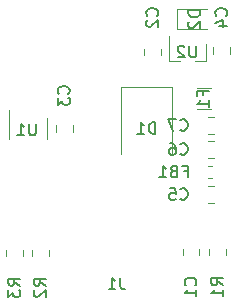
<source format=gbr>
%TF.GenerationSoftware,KiCad,Pcbnew,(5.1.6)-1*%
%TF.CreationDate,2021-03-12T01:35:39-08:00*%
%TF.ProjectId,WML-C43,574d4c2d-4334-4332-9e6b-696361645f70,rev?*%
%TF.SameCoordinates,Original*%
%TF.FileFunction,Legend,Bot*%
%TF.FilePolarity,Positive*%
%FSLAX46Y46*%
G04 Gerber Fmt 4.6, Leading zero omitted, Abs format (unit mm)*
G04 Created by KiCad (PCBNEW (5.1.6)-1) date 2021-03-12 01:35:39*
%MOMM*%
%LPD*%
G01*
G04 APERTURE LIST*
%ADD10C,0.120000*%
%ADD11C,0.150000*%
G04 APERTURE END LIST*
D10*
%TO.C,D2*%
X165124000Y-36410000D02*
X167674000Y-36410000D01*
X165124000Y-34710000D02*
X167674000Y-34710000D01*
X165124000Y-36410000D02*
X165124000Y-34710000D01*
%TO.C,U2*%
X167569000Y-39114000D02*
X167569000Y-37654000D01*
X164409000Y-39114000D02*
X164409000Y-36954000D01*
X164409000Y-39114000D02*
X165339000Y-39114000D01*
X167569000Y-39114000D02*
X166639000Y-39114000D01*
%TO.C,U1*%
X150917000Y-45731000D02*
X150917000Y-43281000D01*
X154137000Y-43931000D02*
X154137000Y-45731000D01*
%TO.C,R3*%
X152094000Y-55110748D02*
X152094000Y-55633252D01*
X150674000Y-55110748D02*
X150674000Y-55633252D01*
%TO.C,R2*%
X154253000Y-55110748D02*
X154253000Y-55633252D01*
X152833000Y-55110748D02*
X152833000Y-55633252D01*
%TO.C,F1*%
X166783936Y-41381000D02*
X167988064Y-41381000D01*
X166783936Y-43201000D02*
X167988064Y-43201000D01*
%TO.C,D1*%
X160410000Y-41281000D02*
X160410000Y-46981000D01*
X164710000Y-41281000D02*
X164710000Y-46981000D01*
X160410000Y-41281000D02*
X164710000Y-41281000D01*
%TO.C,C4*%
X169620000Y-37965748D02*
X169620000Y-38488252D01*
X168200000Y-37965748D02*
X168200000Y-38488252D01*
%TO.C,C3*%
X156285000Y-44569748D02*
X156285000Y-45092252D01*
X154865000Y-44569748D02*
X154865000Y-45092252D01*
%TO.C,C2*%
X162358000Y-38615252D02*
X162358000Y-38092748D01*
X163778000Y-38615252D02*
X163778000Y-38092748D01*
%TO.C,C1*%
X165600000Y-55516252D02*
X165600000Y-54993748D01*
X167020000Y-55516252D02*
X167020000Y-54993748D01*
%TO.C,R1*%
X167850000Y-55516252D02*
X167850000Y-54993748D01*
X169270000Y-55516252D02*
X169270000Y-54993748D01*
%TO.C,C6*%
X167759748Y-45899000D02*
X168282252Y-45899000D01*
X167759748Y-47319000D02*
X168282252Y-47319000D01*
%TO.C,C7*%
X167759748Y-43867000D02*
X168282252Y-43867000D01*
X167759748Y-45287000D02*
X168282252Y-45287000D01*
%TO.C,C5*%
X167768748Y-49709000D02*
X168291252Y-49709000D01*
X167768748Y-51129000D02*
X168291252Y-51129000D01*
%TO.C,FB1*%
X168065267Y-48004000D02*
X167722733Y-48004000D01*
X168065267Y-49024000D02*
X167722733Y-49024000D01*
%TO.C,D2*%
D11*
X167076380Y-34821904D02*
X166076380Y-34821904D01*
X166076380Y-35060000D01*
X166124000Y-35202857D01*
X166219238Y-35298095D01*
X166314476Y-35345714D01*
X166504952Y-35393333D01*
X166647809Y-35393333D01*
X166838285Y-35345714D01*
X166933523Y-35298095D01*
X167028761Y-35202857D01*
X167076380Y-35060000D01*
X167076380Y-34821904D01*
X166171619Y-35774285D02*
X166124000Y-35821904D01*
X166076380Y-35917142D01*
X166076380Y-36155238D01*
X166124000Y-36250476D01*
X166171619Y-36298095D01*
X166266857Y-36345714D01*
X166362095Y-36345714D01*
X166504952Y-36298095D01*
X167076380Y-35726666D01*
X167076380Y-36345714D01*
%TO.C,U2*%
X166750904Y-37806380D02*
X166750904Y-38615904D01*
X166703285Y-38711142D01*
X166655666Y-38758761D01*
X166560428Y-38806380D01*
X166369952Y-38806380D01*
X166274714Y-38758761D01*
X166227095Y-38711142D01*
X166179476Y-38615904D01*
X166179476Y-37806380D01*
X165750904Y-37901619D02*
X165703285Y-37854000D01*
X165608047Y-37806380D01*
X165369952Y-37806380D01*
X165274714Y-37854000D01*
X165227095Y-37901619D01*
X165179476Y-37996857D01*
X165179476Y-38092095D01*
X165227095Y-38234952D01*
X165798523Y-38806380D01*
X165179476Y-38806380D01*
%TO.C,U1*%
X153161904Y-44410380D02*
X153161904Y-45219904D01*
X153114285Y-45315142D01*
X153066666Y-45362761D01*
X152971428Y-45410380D01*
X152780952Y-45410380D01*
X152685714Y-45362761D01*
X152638095Y-45315142D01*
X152590476Y-45219904D01*
X152590476Y-44410380D01*
X151590476Y-45410380D02*
X152161904Y-45410380D01*
X151876190Y-45410380D02*
X151876190Y-44410380D01*
X151971428Y-44553238D01*
X152066666Y-44648476D01*
X152161904Y-44696095D01*
%TO.C,R3*%
X151836380Y-58126333D02*
X151360190Y-57793000D01*
X151836380Y-57554904D02*
X150836380Y-57554904D01*
X150836380Y-57935857D01*
X150884000Y-58031095D01*
X150931619Y-58078714D01*
X151026857Y-58126333D01*
X151169714Y-58126333D01*
X151264952Y-58078714D01*
X151312571Y-58031095D01*
X151360190Y-57935857D01*
X151360190Y-57554904D01*
X150836380Y-58459666D02*
X150836380Y-59078714D01*
X151217333Y-58745380D01*
X151217333Y-58888238D01*
X151264952Y-58983476D01*
X151312571Y-59031095D01*
X151407809Y-59078714D01*
X151645904Y-59078714D01*
X151741142Y-59031095D01*
X151788761Y-58983476D01*
X151836380Y-58888238D01*
X151836380Y-58602523D01*
X151788761Y-58507285D01*
X151741142Y-58459666D01*
%TO.C,R2*%
X153995380Y-58126333D02*
X153519190Y-57793000D01*
X153995380Y-57554904D02*
X152995380Y-57554904D01*
X152995380Y-57935857D01*
X153043000Y-58031095D01*
X153090619Y-58078714D01*
X153185857Y-58126333D01*
X153328714Y-58126333D01*
X153423952Y-58078714D01*
X153471571Y-58031095D01*
X153519190Y-57935857D01*
X153519190Y-57554904D01*
X153090619Y-58507285D02*
X153043000Y-58554904D01*
X152995380Y-58650142D01*
X152995380Y-58888238D01*
X153043000Y-58983476D01*
X153090619Y-59031095D01*
X153185857Y-59078714D01*
X153281095Y-59078714D01*
X153423952Y-59031095D01*
X153995380Y-58459666D01*
X153995380Y-59078714D01*
%TO.C,F1*%
X167314571Y-41957666D02*
X167314571Y-41624333D01*
X167838380Y-41624333D02*
X166838380Y-41624333D01*
X166838380Y-42100523D01*
X167838380Y-43005285D02*
X167838380Y-42433857D01*
X167838380Y-42719571D02*
X166838380Y-42719571D01*
X166981238Y-42624333D01*
X167076476Y-42529095D01*
X167124095Y-42433857D01*
%TO.C,D1*%
X163298095Y-45283380D02*
X163298095Y-44283380D01*
X163060000Y-44283380D01*
X162917142Y-44331000D01*
X162821904Y-44426238D01*
X162774285Y-44521476D01*
X162726666Y-44711952D01*
X162726666Y-44854809D01*
X162774285Y-45045285D01*
X162821904Y-45140523D01*
X162917142Y-45235761D01*
X163060000Y-45283380D01*
X163298095Y-45283380D01*
X161774285Y-45283380D02*
X162345714Y-45283380D01*
X162060000Y-45283380D02*
X162060000Y-44283380D01*
X162155238Y-44426238D01*
X162250476Y-44521476D01*
X162345714Y-44569095D01*
%TO.C,C4*%
X169267142Y-35266333D02*
X169314761Y-35218714D01*
X169362380Y-35075857D01*
X169362380Y-34980619D01*
X169314761Y-34837761D01*
X169219523Y-34742523D01*
X169124285Y-34694904D01*
X168933809Y-34647285D01*
X168790952Y-34647285D01*
X168600476Y-34694904D01*
X168505238Y-34742523D01*
X168410000Y-34837761D01*
X168362380Y-34980619D01*
X168362380Y-35075857D01*
X168410000Y-35218714D01*
X168457619Y-35266333D01*
X168695714Y-36123476D02*
X169362380Y-36123476D01*
X168314761Y-35885380D02*
X169029047Y-35647285D01*
X169029047Y-36266333D01*
%TO.C,C3*%
X155932142Y-41870333D02*
X155979761Y-41822714D01*
X156027380Y-41679857D01*
X156027380Y-41584619D01*
X155979761Y-41441761D01*
X155884523Y-41346523D01*
X155789285Y-41298904D01*
X155598809Y-41251285D01*
X155455952Y-41251285D01*
X155265476Y-41298904D01*
X155170238Y-41346523D01*
X155075000Y-41441761D01*
X155027380Y-41584619D01*
X155027380Y-41679857D01*
X155075000Y-41822714D01*
X155122619Y-41870333D01*
X155027380Y-42203666D02*
X155027380Y-42822714D01*
X155408333Y-42489380D01*
X155408333Y-42632238D01*
X155455952Y-42727476D01*
X155503571Y-42775095D01*
X155598809Y-42822714D01*
X155836904Y-42822714D01*
X155932142Y-42775095D01*
X155979761Y-42727476D01*
X156027380Y-42632238D01*
X156027380Y-42346523D01*
X155979761Y-42251285D01*
X155932142Y-42203666D01*
%TO.C,C2*%
X163425142Y-35266333D02*
X163472761Y-35218714D01*
X163520380Y-35075857D01*
X163520380Y-34980619D01*
X163472761Y-34837761D01*
X163377523Y-34742523D01*
X163282285Y-34694904D01*
X163091809Y-34647285D01*
X162948952Y-34647285D01*
X162758476Y-34694904D01*
X162663238Y-34742523D01*
X162568000Y-34837761D01*
X162520380Y-34980619D01*
X162520380Y-35075857D01*
X162568000Y-35218714D01*
X162615619Y-35266333D01*
X162615619Y-35647285D02*
X162568000Y-35694904D01*
X162520380Y-35790142D01*
X162520380Y-36028238D01*
X162568000Y-36123476D01*
X162615619Y-36171095D01*
X162710857Y-36218714D01*
X162806095Y-36218714D01*
X162948952Y-36171095D01*
X163520380Y-35599666D01*
X163520380Y-36218714D01*
%TO.C,C1*%
X166667142Y-58088333D02*
X166714761Y-58040714D01*
X166762380Y-57897857D01*
X166762380Y-57802619D01*
X166714761Y-57659761D01*
X166619523Y-57564523D01*
X166524285Y-57516904D01*
X166333809Y-57469285D01*
X166190952Y-57469285D01*
X166000476Y-57516904D01*
X165905238Y-57564523D01*
X165810000Y-57659761D01*
X165762380Y-57802619D01*
X165762380Y-57897857D01*
X165810000Y-58040714D01*
X165857619Y-58088333D01*
X166762380Y-59040714D02*
X166762380Y-58469285D01*
X166762380Y-58755000D02*
X165762380Y-58755000D01*
X165905238Y-58659761D01*
X166000476Y-58564523D01*
X166048095Y-58469285D01*
%TO.C,R1*%
X169012380Y-58088333D02*
X168536190Y-57755000D01*
X169012380Y-57516904D02*
X168012380Y-57516904D01*
X168012380Y-57897857D01*
X168060000Y-57993095D01*
X168107619Y-58040714D01*
X168202857Y-58088333D01*
X168345714Y-58088333D01*
X168440952Y-58040714D01*
X168488571Y-57993095D01*
X168536190Y-57897857D01*
X168536190Y-57516904D01*
X169012380Y-59040714D02*
X169012380Y-58469285D01*
X169012380Y-58755000D02*
X168012380Y-58755000D01*
X168155238Y-58659761D01*
X168250476Y-58564523D01*
X168298095Y-58469285D01*
%TO.C,J1*%
X160333333Y-57452380D02*
X160333333Y-58166666D01*
X160380952Y-58309523D01*
X160476190Y-58404761D01*
X160619047Y-58452380D01*
X160714285Y-58452380D01*
X159333333Y-58452380D02*
X159904761Y-58452380D01*
X159619047Y-58452380D02*
X159619047Y-57452380D01*
X159714285Y-57595238D01*
X159809523Y-57690476D01*
X159904761Y-57738095D01*
%TO.C,C6*%
X165393666Y-46966142D02*
X165441285Y-47013761D01*
X165584142Y-47061380D01*
X165679380Y-47061380D01*
X165822238Y-47013761D01*
X165917476Y-46918523D01*
X165965095Y-46823285D01*
X166012714Y-46632809D01*
X166012714Y-46489952D01*
X165965095Y-46299476D01*
X165917476Y-46204238D01*
X165822238Y-46109000D01*
X165679380Y-46061380D01*
X165584142Y-46061380D01*
X165441285Y-46109000D01*
X165393666Y-46156619D01*
X164536523Y-46061380D02*
X164727000Y-46061380D01*
X164822238Y-46109000D01*
X164869857Y-46156619D01*
X164965095Y-46299476D01*
X165012714Y-46489952D01*
X165012714Y-46870904D01*
X164965095Y-46966142D01*
X164917476Y-47013761D01*
X164822238Y-47061380D01*
X164631761Y-47061380D01*
X164536523Y-47013761D01*
X164488904Y-46966142D01*
X164441285Y-46870904D01*
X164441285Y-46632809D01*
X164488904Y-46537571D01*
X164536523Y-46489952D01*
X164631761Y-46442333D01*
X164822238Y-46442333D01*
X164917476Y-46489952D01*
X164965095Y-46537571D01*
X165012714Y-46632809D01*
%TO.C,C7*%
X165393666Y-44934142D02*
X165441285Y-44981761D01*
X165584142Y-45029380D01*
X165679380Y-45029380D01*
X165822238Y-44981761D01*
X165917476Y-44886523D01*
X165965095Y-44791285D01*
X166012714Y-44600809D01*
X166012714Y-44457952D01*
X165965095Y-44267476D01*
X165917476Y-44172238D01*
X165822238Y-44077000D01*
X165679380Y-44029380D01*
X165584142Y-44029380D01*
X165441285Y-44077000D01*
X165393666Y-44124619D01*
X165060333Y-44029380D02*
X164393666Y-44029380D01*
X164822238Y-45029380D01*
%TO.C,C5*%
X165393666Y-50776142D02*
X165441285Y-50823761D01*
X165584142Y-50871380D01*
X165679380Y-50871380D01*
X165822238Y-50823761D01*
X165917476Y-50728523D01*
X165965095Y-50633285D01*
X166012714Y-50442809D01*
X166012714Y-50299952D01*
X165965095Y-50109476D01*
X165917476Y-50014238D01*
X165822238Y-49919000D01*
X165679380Y-49871380D01*
X165584142Y-49871380D01*
X165441285Y-49919000D01*
X165393666Y-49966619D01*
X164488904Y-49871380D02*
X164965095Y-49871380D01*
X165012714Y-50347571D01*
X164965095Y-50299952D01*
X164869857Y-50252333D01*
X164631761Y-50252333D01*
X164536523Y-50299952D01*
X164488904Y-50347571D01*
X164441285Y-50442809D01*
X164441285Y-50680904D01*
X164488904Y-50776142D01*
X164536523Y-50823761D01*
X164631761Y-50871380D01*
X164869857Y-50871380D01*
X164965095Y-50823761D01*
X165012714Y-50776142D01*
%TO.C,FB1*%
X165679333Y-48442571D02*
X166012666Y-48442571D01*
X166012666Y-48966380D02*
X166012666Y-47966380D01*
X165536476Y-47966380D01*
X164822190Y-48442571D02*
X164679333Y-48490190D01*
X164631714Y-48537809D01*
X164584095Y-48633047D01*
X164584095Y-48775904D01*
X164631714Y-48871142D01*
X164679333Y-48918761D01*
X164774571Y-48966380D01*
X165155523Y-48966380D01*
X165155523Y-47966380D01*
X164822190Y-47966380D01*
X164726952Y-48014000D01*
X164679333Y-48061619D01*
X164631714Y-48156857D01*
X164631714Y-48252095D01*
X164679333Y-48347333D01*
X164726952Y-48394952D01*
X164822190Y-48442571D01*
X165155523Y-48442571D01*
X163631714Y-48966380D02*
X164203142Y-48966380D01*
X163917428Y-48966380D02*
X163917428Y-47966380D01*
X164012666Y-48109238D01*
X164107904Y-48204476D01*
X164203142Y-48252095D01*
%TD*%
M02*

</source>
